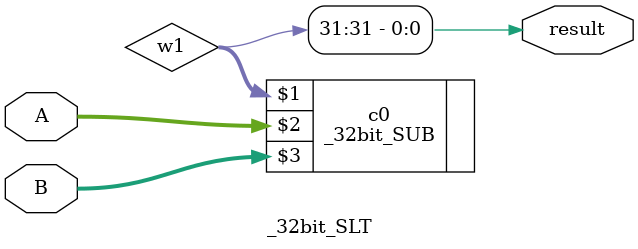
<source format=v>
module _32bit_SLT (result, A, B);
input [31:0] A, B;
output result;

wire [31:0] w1;

_32bit_SUB c0 (w1, A, B);
or(result, w1[31], 1'b0);

endmodule
</source>
